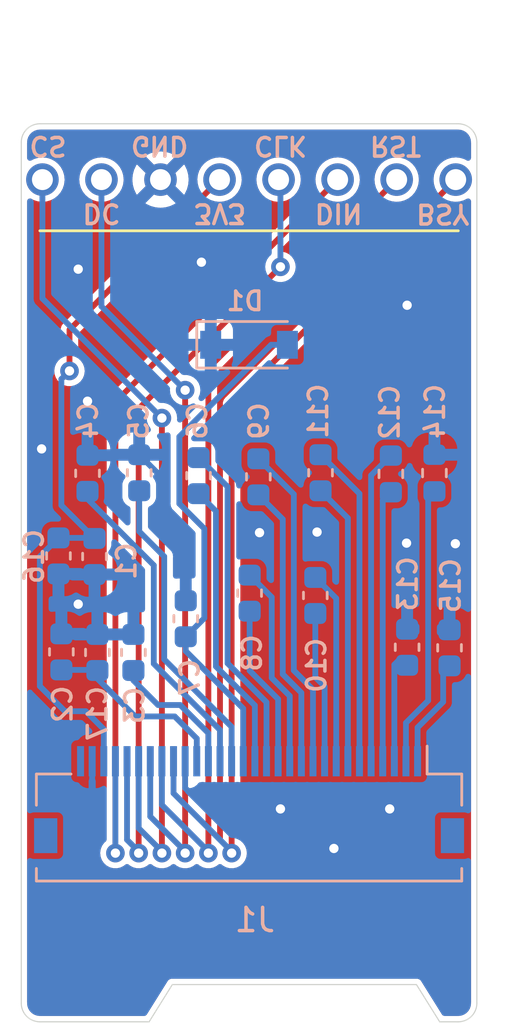
<source format=kicad_pcb>
(kicad_pcb (version 20211014) (generator pcbnew)
  (layers (0 "F.Cu" signal) (31 "B.Cu" signal) (34 "B.Paste" user) (35 "F.Paste" user) (36 "B.SilkS" user "B.Silkscreen") (37 "F.SilkS" user "F.Silkscreen") (38 "B.Mask" user) (39 "F.Mask" user) (44 "Edge.Cuts" user))
  (net 0 "")
  (net 1 "GND")
  (net 2 "3V3")
  (net 3 "Net-(C3-Pad2)")
  (net 4 "Net-(C4-Pad2)")
  (net 5 "Net-(C5-Pad2)")
  (net 6 "Net-(C6-Pad2)")
  (net 7 "Net-(C6-Pad1)")
  (net 8 "Net-(C7-Pad2)")
  (net 9 "Net-(C8-Pad2)")
  (net 10 "Net-(C8-Pad1)")
  (net 11 "Net-(C9-Pad2)")
  (net 12 "Net-(C9-Pad1)")
  (net 13 "Net-(C10-Pad2)")
  (net 14 "Net-(C10-Pad1)")
  (net 15 "Net-(C11-Pad2)")
  (net 16 "Net-(C11-Pad1)")
  (net 17 "Net-(C12-Pad2)")
  (net 18 "Net-(C12-Pad1)")
  (net 19 "Net-(C13-Pad2)")
  (net 20 "Net-(C14-Pad2)")
  (net 21 "Net-(C15-Pad2)")
  (net 22 "BUSY")
  (net 23 "RST")
  (net 24 "DC")
  (net 25 "CS")
  (net 26 "CLK")
  (net 27 "DIN")
  (net 29 "Net-(C17-Pad2)")
  (footprint "Capacitor_SMD:C_0603_1608Metric" (layer "B.Cu") (at 26.7 81.65 -90)
    (fp_text reference "C1" (at 0.2 -1.375 90) (layer "B.SilkS") (effects (font (size 0.8 0.8)) (justify mirror)))
    (fp_text value "4.7uF")
    (fp_line (start -0.14058 0.51) (end 0.14058 0.51) (layer "B.SilkS") (width 0.12))
    (fp_line (start -0.14058 -0.51) (end 0.14058 -0.51) (layer "B.SilkS") (width 0.12))
    (pad "1" smd roundrect (at -0.775 0 270) (size 0.9 0.95) (layers "B.Cu" "B.Paste" "B.Mask") (net 2 "3V3"))
    (pad "2" smd roundrect (at 0.775 0 270) (size 0.9 0.95) (layers "B.Cu" "B.Paste" "B.Mask") (net 1 "GND"))
  )
  (footprint "Capacitor_SMD:C_0603_1608Metric" (layer "B.Cu") (at 25.275 85.75 -90)
    (fp_text reference "C2" (at 2.25 -0.05 90) (layer "B.SilkS") (effects (font (size 0.8 0.8)) (justify mirror)))
    (fp_text value "1uF")
    (fp_line (start -0.14058 0.51) (end 0.14058 0.51) (layer "B.SilkS") (width 0.12))
    (fp_line (start -0.14058 -0.51) (end 0.14058 -0.51) (layer "B.SilkS") (width 0.12))
    (pad "1" smd roundrect (at -0.775 0 270) (size 0.9 0.95) (layers "B.Cu" "B.Paste" "B.Mask") (net 1 "GND"))
    (pad "2" smd roundrect (at 0.775 0 270) (size 0.9 0.95) (layers "B.Cu" "B.Paste" "B.Mask") (net 29 "Net-(C17-Pad2)"))
  )
  (footprint "Capacitor_SMD:C_0603_1608Metric" (layer "B.Cu") (at 28.375 85.775 -90)
    (fp_text reference "C3" (at 2.275 -0.05 90) (layer "B.SilkS") (effects (font (size 0.8 0.8)) (justify mirror)))
    (fp_text value "1uF")
    (fp_line (start -0.14058 -0.51) (end 0.14058 -0.51) (layer "B.SilkS") (width 0.12))
    (fp_line (start -0.14058 0.51) (end 0.14058 0.51) (layer "B.SilkS") (width 0.12))
    (pad "1" smd roundrect (at -0.775 0 270) (size 0.9 0.95) (layers "B.Cu" "B.Paste" "B.Mask") (net 1 "GND"))
    (pad "2" smd roundrect (at 0.775 0 270) (size 0.9 0.95) (layers "B.Cu" "B.Paste" "B.Mask") (net 3 "Net-(C3-Pad2)"))
  )
  (footprint "Capacitor_SMD:C_0603_1608Metric" (layer "B.Cu") (at 26.4 78.075 -90)
    (fp_text reference "C4" (at -2.275 -0.025 90) (layer "B.SilkS") (effects (font (size 0.8 0.8)) (justify mirror)))
    (fp_text value "1uF")
    (fp_line (start -0.14058 0.51) (end 0.14058 0.51) (layer "B.SilkS") (width 0.12))
    (fp_line (start -0.14058 -0.51) (end 0.14058 -0.51) (layer "B.SilkS") (width 0.12))
    (pad "1" smd roundrect (at -0.775 0 270) (size 0.9 0.95) (layers "B.Cu" "B.Paste" "B.Mask") (net 1 "GND"))
    (pad "2" smd roundrect (at 0.775 0 270) (size 0.9 0.95) (layers "B.Cu" "B.Paste" "B.Mask") (net 4 "Net-(C4-Pad2)"))
  )
  (footprint "Capacitor_SMD:C_0603_1608Metric" (layer "B.Cu") (at 28.625 78.05 -90)
    (fp_text reference "C5" (at -2.225 0.025 90) (layer "B.SilkS") (effects (font (size 0.8 0.8)) (justify mirror)))
    (fp_text value "1uF")
    (fp_line (start -0.14058 0.51) (end 0.14058 0.51) (layer "B.SilkS") (width 0.12))
    (fp_line (start -0.14058 -0.51) (end 0.14058 -0.51) (layer "B.SilkS") (width 0.12))
    (pad "1" smd roundrect (at -0.775 0 270) (size 0.9 0.95) (layers "B.Cu" "B.Paste" "B.Mask") (net 1 "GND"))
    (pad "2" smd roundrect (at 0.775 0 270) (size 0.9 0.95) (layers "B.Cu" "B.Paste" "B.Mask") (net 5 "Net-(C5-Pad2)"))
  )
  (footprint "Capacitor_SMD:C_0603_1608Metric" (layer "B.Cu") (at 31.175 78.175 -90)
    (fp_text reference "C6" (at -2.35 0.05 90) (layer "B.SilkS") (effects (font (size 0.8 0.8)) (justify mirror)))
    (fp_text value "1uF")
    (fp_line (start -0.14058 -0.51) (end 0.14058 -0.51) (layer "B.SilkS") (width 0.12))
    (fp_line (start -0.14058 0.51) (end 0.14058 0.51) (layer "B.SilkS") (width 0.12))
    (pad "1" smd roundrect (at -0.775 0 270) (size 0.9 0.95) (layers "B.Cu" "B.Paste" "B.Mask") (net 7 "Net-(C6-Pad1)"))
    (pad "2" smd roundrect (at 0.775 0 270) (size 0.9 0.95) (layers "B.Cu" "B.Paste" "B.Mask") (net 6 "Net-(C6-Pad2)"))
  )
  (footprint "Capacitor_SMD:C_0603_1608Metric" (layer "B.Cu") (at 30.625 84.325 -90)
    (fp_text reference "C7" (at 2.525 -0.175 90) (layer "B.SilkS") (effects (font (size 0.8 0.8)) (justify mirror)))
    (fp_text value "1uF")
    (fp_line (start -0.14058 0.51) (end 0.14058 0.51) (layer "B.SilkS") (width 0.12))
    (fp_line (start -0.14058 -0.51) (end 0.14058 -0.51) (layer "B.SilkS") (width 0.12))
    (pad "1" smd roundrect (at -0.775 0 270) (size 0.9 0.95) (layers "B.Cu" "B.Paste" "B.Mask") (net 1 "GND"))
    (pad "2" smd roundrect (at 0.775 0 270) (size 0.9 0.95) (layers "B.Cu" "B.Paste" "B.Mask") (net 8 "Net-(C7-Pad2)"))
  )
  (footprint "Capacitor_SMD:C_0603_1608Metric" (layer "B.Cu") (at 33.375 83.225 -90)
    (fp_text reference "C8" (at 2.575 -0.1 90) (layer "B.SilkS") (effects (font (size 0.8 0.8)) (justify mirror)))
    (fp_text value "1uF")
    (fp_line (start -0.14058 0.51) (end 0.14058 0.51) (layer "B.SilkS") (width 0.12))
    (fp_line (start -0.14058 -0.51) (end 0.14058 -0.51) (layer "B.SilkS") (width 0.12))
    (pad "1" smd roundrect (at -0.775 0 270) (size 0.9 0.95) (layers "B.Cu" "B.Paste" "B.Mask") (net 10 "Net-(C8-Pad1)"))
    (pad "2" smd roundrect (at 0.775 0 270) (size 0.9 0.95) (layers "B.Cu" "B.Paste" "B.Mask") (net 9 "Net-(C8-Pad2)"))
  )
  (footprint "Capacitor_SMD:C_0603_1608Metric" (layer "B.Cu") (at 33.75 78.225 -90)
    (fp_text reference "C9" (at -2.4 -0.025 90) (layer "B.SilkS") (effects (font (size 0.8 0.8)) (justify mirror)))
    (fp_text value "1uF")
    (fp_line (start -0.14058 -0.51) (end 0.14058 -0.51) (layer "B.SilkS") (width 0.12))
    (fp_line (start -0.14058 0.51) (end 0.14058 0.51) (layer "B.SilkS") (width 0.12))
    (pad "1" smd roundrect (at -0.775 0 270) (size 0.9 0.95) (layers "B.Cu" "B.Paste" "B.Mask") (net 12 "Net-(C9-Pad1)"))
    (pad "2" smd roundrect (at 0.775 0 270) (size 0.9 0.95) (layers "B.Cu" "B.Paste" "B.Mask") (net 11 "Net-(C9-Pad2)"))
  )
  (footprint "Capacitor_SMD:C_0603_1608Metric" (layer "B.Cu") (at 36.2 83.325 -90)
    (fp_text reference "C10" (at 3 -0.05 90) (layer "B.SilkS") (effects (font (size 0.8 0.8)) (justify mirror)))
    (fp_text value "1uF")
    (fp_line (start -0.14058 0.51) (end 0.14058 0.51) (layer "B.SilkS") (width 0.12))
    (fp_line (start -0.14058 -0.51) (end 0.14058 -0.51) (layer "B.SilkS") (width 0.12))
    (pad "1" smd roundrect (at -0.775 0 270) (size 0.9 0.95) (layers "B.Cu" "B.Paste" "B.Mask") (net 14 "Net-(C10-Pad1)"))
    (pad "2" smd roundrect (at 0.775 0 270) (size 0.9 0.95) (layers "B.Cu" "B.Paste" "B.Mask") (net 13 "Net-(C10-Pad2)"))
  )
  (footprint "Capacitor_SMD:C_0603_1608Metric" (layer "B.Cu") (at 36.425 78.05 -90)
    (fp_text reference "C11" (at -2.65 0.1 90) (layer "B.SilkS") (effects (font (size 0.8 0.8)) (justify mirror)))
    (fp_text value "1uF")
    (fp_line (start -0.14058 0.51) (end 0.14058 0.51) (layer "B.SilkS") (width 0.12))
    (fp_line (start -0.14058 -0.51) (end 0.14058 -0.51) (layer "B.SilkS") (width 0.12))
    (pad "1" smd roundrect (at -0.775 0 270) (size 0.9 0.95) (layers "B.Cu" "B.Paste" "B.Mask") (net 16 "Net-(C11-Pad1)"))
    (pad "2" smd roundrect (at 0.775 0 270) (size 0.9 0.95) (layers "B.Cu" "B.Paste" "B.Mask") (net 15 "Net-(C11-Pad2)"))
  )
  (footprint "Capacitor_SMD:C_0603_1608Metric" (layer "B.Cu") (at 39.45 78.1 90)
    (fp_text reference "C12" (at 2.65 -0.05 270) (layer "B.SilkS") (effects (font (size 0.8 0.8)) (justify mirror)))
    (fp_text value "2.2uF" hide)
    (fp_line (start -0.162779 0.51) (end 0.162779 0.51) (layer "B.SilkS") (width 0.12))
    (fp_line (start -0.162779 -0.51) (end 0.162779 -0.51) (layer "B.SilkS") (width 0.12))
    (pad "1" smd roundrect locked (at -0.7875 0 90) (size 0.875 0.95) (layers "B.Cu" "B.Paste" "B.Mask") (net 18 "Net-(C12-Pad1)"))
    (pad "2" smd roundrect locked (at 0.7875 0 90) (size 0.875 0.95) (layers "B.Cu" "B.Paste" "B.Mask") (net 17 "Net-(C12-Pad2)"))
  )
  (footprint "Capacitor_SMD:C_0603_1608Metric" (layer "B.Cu") (at 40.15 85.55 -90)
    (fp_text reference "C13" (at -2.725 -0.025 90) (layer "B.SilkS") (effects (font (size 0.8 0.8)) (justify mirror)))
    (fp_text value "1uF")
    (fp_line (start -0.14058 0.51) (end 0.14058 0.51) (layer "B.SilkS") (width 0.12))
    (fp_line (start -0.14058 -0.51) (end 0.14058 -0.51) (layer "B.SilkS") (width 0.12))
    (pad "1" smd roundrect (at -0.775 0 270) (size 0.9 0.95) (layers "B.Cu" "B.Paste" "B.Mask") (net 1 "GND"))
    (pad "2" smd roundrect (at 0.775 0 270) (size 0.9 0.95) (layers "B.Cu" "B.Paste" "B.Mask") (net 19 "Net-(C13-Pad2)"))
  )
  (footprint "Capacitor_SMD:C_0603_1608Metric" (layer "B.Cu") (at 41.325 78.0625 -90)
    (fp_text reference "C14" (at -2.65 -0.025 -90) (layer "B.SilkS") (effects (font (size 0.8 0.8)) (justify mirror)))
    (fp_text value "2.2uF" hide)
    (fp_line (start -0.162779 -0.51) (end 0.162779 -0.51) (layer "B.SilkS") (width 0.12))
    (fp_line (start -0.162779 0.51) (end 0.162779 0.51) (layer "B.SilkS") (width 0.12))
    (pad "1" smd roundrect locked (at -0.7875 0 270) (size 0.875 0.95) (layers "B.Cu" "B.Paste" "B.Mask") (net 1 "GND"))
    (pad "2" smd roundrect locked (at 0.7875 0 270) (size 0.875 0.95) (layers "B.Cu" "B.Paste" "B.Mask") (net 20 "Net-(C14-Pad2)"))
  )
  (footprint "Capacitor_SMD:C_0603_1608Metric" (layer "B.Cu") (at 41.975 85.575 -90)
    (fp_text reference "C15" (at -2.675 -0.05 90) (layer "B.SilkS") (effects (font (size 0.8 0.8)) (justify mirror)))
    (fp_text value "1uF")
    (fp_line (start -0.14058 -0.51) (end 0.14058 -0.51) (layer "B.SilkS") (width 0.12))
    (fp_line (start -0.14058 0.51) (end 0.14058 0.51) (layer "B.SilkS") (width 0.12))
    (pad "1" smd roundrect (at -0.775 0 270) (size 0.9 0.95) (layers "B.Cu" "B.Paste" "B.Mask") (net 1 "GND"))
    (pad "2" smd roundrect (at 0.775 0 270) (size 0.9 0.95) (layers "B.Cu" "B.Paste" "B.Mask") (net 21 "Net-(C15-Pad2)"))
  )
  (footprint "Diode_SMD:D_SOD-123" (layer "B.Cu") (at 33.35 72.55)
    (fp_text reference "D1" (at -0.175 -1.875) (layer "B.SilkS") (effects (font (size 0.8 0.8)) (justify mirror)))
    (fp_text value "D" hide)
    (fp_line (start -2.25 1) (end 1.65 1) (layer "B.SilkS") (width 0.12))
    (fp_line (start -2.25 -1) (end 1.65 -1) (layer "B.SilkS") (width 0.12))
    (fp_line (start -2.25 1) (end -2.25 -1) (layer "B.SilkS") (width 0.12))
    (pad "1" smd rect locked (at -1.65 0) (size 0.9 1.2) (layers "B.Cu" "B.Paste" "B.Mask") (net 1 "GND"))
    (pad "2" smd rect locked (at 1.65 0) (size 0.9 1.2) (layers "B.Cu" "B.Paste" "B.Mask") (net 8 "Net-(C7-Pad2)"))
  )
  (footprint "Connector_FFC-FPC:Hirose_FH12-30S-0.5SH_1x30-1MP_P0.50mm_Horizontal" (layer "B.Cu") (at 33.35 92.3 180)
    (fp_text reference "J1" (at -0.25 -4.975) (layer "B.SilkS") (effects (justify mirror)))
    (fp_text value "Conn_01x30_Female")
    (fp_line (start -9.15 -2.76) (end -9.15 -3.3) (layer "B.SilkS") (width 0.12))
    (fp_line (start 9.15 1.3) (end 9.15 -0.04) (layer "B.SilkS") (width 0.12))
    (fp_line (start 9.15 -3.3) (end 9.15 -2.76) (layer "B.SilkS") (width 0.12))
    (fp_line (start 7.66 1.3) (end 9.15 1.3) (layer "B.SilkS") (width 0.12))
    (fp_line (start -9.15 -3.3) (end 9.15 -3.3) (layer "B.SilkS") (width 0.12))
    (fp_line (start -7.66 1.3) (end -9.15 1.3) (layer "B.SilkS") (width 0.12))
    (fp_line (start -7.66 1.3) (end -7.66 2.5) (layer "B.SilkS") (width 0.12))
    (fp_line (start -9.15 1.3) (end -9.15 -0.04) (layer "B.SilkS") (width 0.12))
    (pad "1" smd rect locked (at -7.25 1.85 180) (size 0.3 1.3) (layers "B.Cu" "B.Paste" "B.Mask") (net 21 "Net-(C15-Pad2)"))
    (pad "1MP" smd rect locked (at 8.75 -1.35 180) (size 1 1.5) (layers "B.Cu" "B.Paste" "B.Mask"))
    (pad "2" smd rect locked (at -6.75 1.85 180) (size 0.3 1.3) (layers "B.Cu" "B.Paste" "B.Mask") (net 20 "Net-(C14-Pad2)"))
    (pad "3" smd rect locked (at -6.25 1.85 180) (size 0.3 1.3) (layers "B.Cu" "B.Paste" "B.Mask") (net 19 "Net-(C13-Pad2)"))
    (pad "4" smd rect locked (at -5.75 1.85 180) (size 0.3 1.3) (layers "B.Cu" "B.Paste" "B.Mask") (net 18 "Net-(C12-Pad1)"))
    (pad "5" smd rect locked (at -5.25 1.85 180) (size 0.3 1.3) (layers "B.Cu" "B.Paste" "B.Mask") (net 17 "Net-(C12-Pad2)"))
    (pad "6" smd rect locked (at -4.75 1.85 180) (size 0.3 1.3) (layers "B.Cu" "B.Paste" "B.Mask") (net 16 "Net-(C11-Pad1)"))
    (pad "7" smd rect locked (at -4.25 1.85 180) (size 0.3 1.3) (layers "B.Cu" "B.Paste" "B.Mask") (net 15 "Net-(C11-Pad2)"))
    (pad "8" smd rect locked (at -3.75 1.85 180) (size 0.3 1.3) (layers "B.Cu" "B.Paste" "B.Mask") (net 14 "Net-(C10-Pad1)"))
    (pad "9" smd rect locked (at -3.25 1.85 180) (size 0.3 1.3) (layers "B.Cu" "B.Paste" "B.Mask") (net 13 "Net-(C10-Pad2)"))
    (pad "10" smd rect locked (at -2.75 1.85 180) (size 0.3 1.3) (layers "B.Cu" "B.Paste" "B.Mask") (net 12 "Net-(C9-Pad1)"))
    (pad "11" smd rect locked (at -2.25 1.85 180) (size 0.3 1.3) (layers "B.Cu" "B.Paste" "B.Mask") (net 11 "Net-(C9-Pad2)"))
    (pad "12" smd rect locked (at -1.75 1.85 180) (size 0.3 1.3) (layers "B.Cu" "B.Paste" "B.Mask") (net 10 "Net-(C8-Pad1)"))
    (pad "13" smd rect locked (at -1.25 1.85 180) (size 0.3 1.3) (layers "B.Cu" "B.Paste" "B.Mask") (net 9 "Net-(C8-Pad2)"))
    (pad "14" smd rect locked (at -0.75 1.85 180) (size 0.3 1.3) (layers "B.Cu" "B.Paste" "B.Mask") (net 7 "Net-(C6-Pad1)"))
    (pad "15" smd rect locked (at -0.25 1.85 180) (size 0.3 1.3) (layers "B.Cu" "B.Paste" "B.Mask") (net 6 "Net-(C6-Pad2)"))
    (pad "16" smd rect locked (at 0.25 1.85 180) (size 0.3 1.3) (layers "B.Cu" "B.Paste" "B.Mask") (net 8 "Net-(C7-Pad2)"))
    (pad "17" smd rect locked (at 0.75 1.85 180) (size 0.3 1.3) (layers "B.Cu" "B.Paste" "B.Mask") (net 5 "Net-(C5-Pad2)"))
    (pad "18" smd rect locked (at 1.25 1.85 180) (size 0.3 1.3) (layers "B.Cu" "B.Paste" "B.Mask") (net 4 "Net-(C4-Pad2)"))
    (pad "19" smd rect locked (at 1.75 1.85 180) (size 0.3 1.3) (layers "B.Cu" "B.Paste" "B.Mask") (net 3 "Net-(C3-Pad2)"))
    (pad "20" smd rect locked (at 2.25 1.85 180) (size 0.3 1.3) (layers "B.Cu" "B.Paste" "B.Mask") (net 29 "Net-(C17-Pad2)"))
    (pad "21" smd rect locked (at 2.75 1.85 180) (size 0.3 1.3) (layers "B.Cu" "B.Paste" "B.Mask") (net 1 "GND"))
    (pad "22" smd rect locked (at 3.25 1.85 180) (size 0.3 1.3) (layers "B.Cu" "B.Paste" "B.Mask") (net 22 "BUSY"))
    (pad "23" smd rect locked (at 3.75 1.85 180) (size 0.3 1.3) (layers "B.Cu" "B.Paste" "B.Mask") (net 23 "RST"))
    (pad "24" smd rect locked (at 4.25 1.85 180) (size 0.3 1.3) (layers "B.Cu" "B.Paste" "B.Mask") (net 24 "DC"))
    (pad "25" smd rect locked (at 4.75 1.85 180) (size 0.3 1.3) (layers "B.Cu" "B.Paste" "B.Mask") (net 25 "CS"))
    (pad "26" smd rect locked (at 5.25 1.85 180) (size 0.3 1.3) (layers "B.Cu" "B.Paste" "B.Mask") (net 26 "CLK"))
    (pad "27" smd rect locked (at 5.75 1.85 180) (size 0.3 1.3) (layers "B.Cu" "B.Paste" "B.Mask") (net 27 "DIN"))
    (pad "28" smd rect locked (at 6.25 1.85 180) (size 0.3 1.3) (layers "B.Cu" "B.Paste" "B.Mask") (net 2 "3V3"))
    (pad "29" smd rect locked (at 6.75 1.85 180) (size 0.3 1.3) (layers "B.Cu" "B.Paste" "B.Mask") (net 1 "GND"))
    (pad "30" smd rect locked (at 7.25 1.85 180) (size 0.3 1.3) (layers "B.Cu" "B.Paste" "B.Mask"))
    (pad "MP" smd rect locked (at -8.75 -1.35 180) (size 1 1.5) (layers "B.Cu" "B.Paste" "B.Mask"))
  )
  (footprint "Connector_PinHeader_2.54mm:PinHeader_1x08_P2.54mm_Vertical" (layer "B.Cu") (at 24.4598 65.45 -90)
    (fp_text reference "J2" hide)
    (fp_text value "Conn_01x08_Female")
    (pad "1" thru_hole circle locked (at 0 0 270) (size 1.4 1.4) (drill 0.9) (layers *.Cu *.Mask) (net 25 "CS"))
    (pad "2" thru_hole circle locked (at 0 -2.54 270) (size 1.4 1.4) (drill 0.9) (layers *.Cu *.Mask) (net 24 "DC"))
    (pad "3" thru_hole circle locked (at 0 -5.08 270) (size 1.4 1.4) (drill 0.9) (layers *.Cu *.Mask) (net 1 "GND"))
    (pad "4" thru_hole circle locked (at 0 -7.62 270) (size 1.4 1.4) (drill 0.9) (layers *.Cu *.Mask) (net 2 "3V3"))
    (pad "5" thru_hole circle locked (at 0 -10.16 270) (size 1.4 1.4) (drill 0.9) (layers *.Cu *.Mask) (net 26 "CLK"))
    (pad "6" thru_hole circle locked (at 0 -12.7 270) (size 1.4 1.4) (drill 0.9) (layers *.Cu *.Mask) (net 27 "DIN"))
    (pad "7" thru_hole circle locked (at 0 -15.24 270) (size 1.4 1.4) (drill 0.9) (layers *.Cu *.Mask) (net 23 "RST"))
    (pad "8" thru_hole circle locked (at 0 -17.78 270) (size 1.4 1.4) (drill 0.9) (layers *.Cu *.Mask) (net 22 "BUSY"))
  )
  (footprint "Capacitor_SMD:C_0603_1608Metric" (layer "B.Cu") (at 25.15 81.625 -90)
    (fp_text reference "C16" (at 0.025 1.05 90) (layer "B.SilkS") (effects (font (size 0.8 0.8)) (justify mirror)))
    (fp_text value ".1uF")
    (fp_line (start -0.14058 0.51) (end 0.14058 0.51) (layer "B.SilkS") (width 0.12))
    (fp_line (start -0.14058 -0.51) (end 0.14058 -0.51) (layer "B.SilkS") (width 0.12))
    (pad "1" smd roundrect (at -0.775 0 270) (size 0.9 0.95) (layers "B.Cu" "B.Paste" "B.Mask") (net 2 "3V3"))
    (pad "2" smd roundrect (at 0.775 0 270) (size 0.9 0.95) (layers "B.Cu" "B.Paste" "B.Mask") (net 1 "GND"))
  )
  (footprint "Capacitor_SMD:C_0603_1608Metric" (layer "B.Cu") (at 26.825 85.775 -90)
    (fp_text reference "C17" (at 2.625 0 90) (layer "B.SilkS") (effects (font (size 0.8 0.8)) (justify mirror)))
    (fp_text value ".1uF")
    (fp_line (start -0.14058 0.51) (end 0.14058 0.51) (layer "B.SilkS") (width 0.12))
    (fp_line (start -0.14058 -0.51) (end 0.14058 -0.51) (layer "B.SilkS") (width 0.12))
    (pad "1" smd roundrect (at -0.775 0 270) (size 0.9 0.95) (layers "B.Cu" "B.Paste" "B.Mask") (net 1 "GND"))
    (pad "2" smd roundrect (at 0.775 0 270) (size 0.9 0.95) (layers "B.Cu" "B.Paste" "B.Mask") (net 29 "Net-(C17-Pad2)"))
  )
  (gr_line (start 24.35 67.65) (end 42.35 67.65) (layer "F.SilkS") (width 0.12))
  (gr_line (start 42.35 63.05) (end 24.35 63.05) (layer "Edge.Cuts") (width 0.05))
  (gr_arc (start 43.15 100.85) (mid 42.915685 101.415685) (end 42.35 101.65) (layer "Edge.Cuts") (width 0.05))
  (gr_line (start 23.55 63.85) (end 23.55 100.85) (layer "Edge.Cuts") (width 0.05))
  (gr_line (start 29.05 101.65) (end 30.05 100.05) (layer "Edge.Cuts") (width 0.05))
  (gr_line (start 41.55 101.65) (end 42.35 101.65) (layer "Edge.Cuts") (width 0.05))
  (gr_line (start 43.15 100.85) (end 43.15 63.85) (layer "Edge.Cuts") (width 0.05))
  (gr_arc (start 23.55 63.85) (mid 23.784315 63.284315) (end 24.35 63.05) (layer "Edge.Cuts") (width 0.05))
  (gr_arc (start 42.35 63.05) (mid 42.915685 63.284315) (end 43.15 63.85) (layer "Edge.Cuts") (width 0.05))
  (gr_line (start 40.55 100.05) (end 41.55 101.65) (layer "Edge.Cuts") (width 0.05))
  (gr_line (start 30.05 100.05) (end 40.55 100.05) (layer "Edge.Cuts") (width 0.05))
  (gr_arc (start 24.35 101.65) (mid 23.784315 101.415685) (end 23.55 100.85) (layer "Edge.Cuts") (width 0.05))
  (gr_line (start 24.35 101.65) (end 29.05 101.65) (layer "Edge.Cuts") (width 0.05))
  (gr_text "RST" (at 39.649 64 180) (layer "B.SilkS") (effects (font (size 0.8 0.8) (thickness 0.153)) (justify mirror)))
  (gr_text "3V3" (at 32.1 66.9 180) (layer "B.SilkS") (effects (font (size 0.8 0.8) (thickness 0.153)) (justify mirror)))
  (gr_text "BSY" (at 41.681 66.919 180) (layer "B.SilkS") (effects (font (size 0.8 0.8) (thickness 0.153)) (justify mirror)))
  (gr_text "CS" (at 24.7 64 180) (layer "B.SilkS") (effects (font (size 0.8 0.8) (thickness 0.153)) (justify mirror)))
  (gr_text "DC" (at 27 66.9 180) (layer "B.SilkS") (effects (font (size 0.8 0.8) (thickness 0.153)) (justify mirror)))
  (gr_text "GND" (at 29.5 64 180) (layer "B.SilkS") (effects (font (size 0.8 0.8) (thickness 0.153)) (justify mirror)))
  (gr_text "DIN" (at 37.2 66.9 180) (layer "B.SilkS") (effects (font (size 0.8 0.8) (thickness 0.153)) (justify mirror)))
  (gr_text "CLK" (at 34.7 64 180) (layer "B.SilkS") (effects (font (size 0.8 0.8) (thickness 0.153)) (justify mirror)))
  (via (at 26 83.7) (size 0.8) (drill 0.4) (layers "F.Cu" "B.Cu") (net 1))
  (via (at 33.8 80.625) (size 0.8) (drill 0.4) (layers "F.Cu" "B.Cu") (net 1))
  (via (at 34.7 92.5) (size 0.8) (drill 0.4) (layers "F.Cu" "B.Cu") (net 1))
  (via (at 36.275 80.6) (size 0.8) (drill 0.4) (layers "F.Cu" "B.Cu") (net 1))
  (via (at 39.4 92.5) (size 0.8) (drill 0.4) (layers "F.Cu" "B.Cu") (net 1))
  (via (at 40.15 70.85) (size 0.8) (drill 0.4) (layers "F.Cu" "B.Cu") (net 1))
  (via (at 24.425 77.025) (size 0.8) (drill 0.4) (layers "F.Cu" "B.Cu") (net 1))
  (via (at 37 94.2) (size 0.8) (drill 0.4) (layers "F.Cu" "B.Cu") (net 1))
  (via (at 42.225 81.1) (size 0.8) (drill 0.4) (layers "F.Cu" "B.Cu") (net 1))
  (via (at 31.3 69) (size 0.8) (drill 0.4) (layers "F.Cu" "B.Cu") (net 1))
  (via (at 40.125 81.075) (size 0.8) (drill 0.4) (layers "F.Cu" "B.Cu") (net 1))
  (via (at 26 69.3) (size 0.8) (drill 0.4) (layers "F.Cu" "B.Cu") (net 1))
  (via (at 26.4 74.975) (size 0.8) (drill 0.4) (layers "F.Cu" "B.Cu") (net 1))
  (segment (start 29.75 78.4) (end 28.625 77.275) (width 0.25) (layer "B.Cu") (net 1))
  (segment (start 26.6 90.45) (end 26.6 91.5) (width 0.25) (layer "B.Cu") (net 1))
  (segment (start 29.75 80.175) (end 29.75 78.4) (width 0.25) (layer "B.Cu") (net 1))
  (segment (start 30.6 91.6) (end 30.9 91.9) (width 0.25) (layer "B.Cu") (net 1))
  (segment (start 26.7 82.425) (end 25.175 82.425) (width 0.25) (layer "B.Cu") (net 1))
  (segment (start 30.6 90.45) (end 30.6 91.6) (width 0.25) (layer "B.Cu") (net 1))
  (segment (start 26.825 85) (end 26.825 82.55) (width 0.25) (layer "B.Cu") (net 1))
  (segment (start 26.825 82.55) (end 26.7 82.425) (width 0.25) (layer "B.Cu") (net 1))
  (segment (start 30.625 81.05) (end 29.75 80.175) (width 0.25) (layer "B.Cu") (net 1))
  (segment (start 26.825 85) (end 28.375 85) (width 0.25) (layer "B.Cu") (net 1))
  (segment (start 25.175 82.425) (end 25.175 84.875) (width 0.25) (layer "B.Cu") (net 1))
  (segment (start 25.175 84.875) (end 25.275 84.975) (width 0.25) (layer "B.Cu") (net 1))
  (segment (start 30.625 83.55) (end 30.625 81.05) (width 0.25) (layer "B.Cu") (net 1))
  (segment (start 32.0798 65.45) (end 25.625 71.9048) (width 0.25) (layer "F.Cu") (net 2))
  (segment (start 25.625 71.9048) (end 25.625 73.675) (width 0.25) (layer "F.Cu") (net 2))
  (via (at 25.625 73.675) (size 0.8) (drill 0.4) (layers "F.Cu" "B.Cu") (net 2))
  (segment (start 25.275 74.025) (end 25.625 73.675) (width 0.25) (layer "B.Cu") (net 2))
  (segment (start 25.15 80.85) (end 24.35 81.65) (width 0.25) (layer "B.Cu") (net 2))
  (segment (start 24.35 81.65) (end 24.35 87.225) (width 0.25) (layer "B.Cu") (net 2))
  (segment (start 26.675 80.85) (end 26.675 80.875) (width 0.25) (layer "B.Cu") (net 2))
  (segment (start 26.325 88.3) (end 27.1 89.075) (width 0.25) (layer "B.Cu") (net 2))
  (segment (start 27.1 89.075) (end 27.1 90.45) (width 0.25) (layer "B.Cu") (net 2))
  (segment (start 24.35 87.225) (end 25.425 88.3) (width 0.25) (layer "B.Cu") (net 2))
  (segment (start 25.15 80.85) (end 26.675 80.85) (width 0.25) (layer "B.Cu") (net 2))
  (segment (start 26.675 80.85) (end 25.275 79.45) (width 0.25) (layer "B.Cu") (net 2))
  (segment (start 25.425 88.3) (end 26.325 88.3) (width 0.25) (layer "B.Cu") (net 2))
  (segment (start 25.275 79.45) (end 25.275 74.025) (width 0.25) (layer "B.Cu") (net 2))
  (segment (start 26.675 80.85) (end 26.7 80.875) (width 0.25) (layer "B.Cu") (net 2))
  (segment (start 29.434002 88.034002) (end 30.389805 88.034002) (width 0.25) (layer "B.Cu") (net 3))
  (segment (start 31.6 89.244197) (end 31.6 90.45) (width 0.25) (layer "B.Cu") (net 3))
  (segment (start 28.375 86.975) (end 29.434002 88.034002) (width 0.25) (layer "B.Cu") (net 3))
  (segment (start 28.375 86.55) (end 28.375 86.975) (width 0.25) (layer "B.Cu") (net 3))
  (segment (start 30.389805 88.034002) (end 31.6 89.244197) (width 0.25) (layer "B.Cu") (net 3))
  (segment (start 29.250499 82.025499) (end 26.4 79.175) (width 0.25) (layer "B.Cu") (net 4))
  (segment (start 32.1 90.45) (end 32.1 89.108507) (width 0.25) (layer "B.Cu") (net 4))
  (segment (start 26.4 79.175) (end 26.4 78.85) (width 0.25) (layer "B.Cu") (net 4))
  (segment (start 32.1 89.108507) (end 29.250499 86.259006) (width 0.25) (layer "B.Cu") (net 4))
  (segment (start 29.250499 86.259006) (end 29.250499 82.025499) (width 0.25) (layer "B.Cu") (net 4))
  (segment (start 32.6 90.45) (end 32.6 88.972817) (width 0.25) (layer "B.Cu") (net 5))
  (segment (start 29.7 86.072817) (end 29.7 81.65) (width 0.25) (layer "B.Cu") (net 5))
  (segment (start 29.7 81.65) (end 28.625 80.575) (width 0.25) (layer "B.Cu") (net 5))
  (segment (start 32.6 88.972817) (end 29.7 86.072817) (width 0.25) (layer "B.Cu") (net 5))
  (segment (start 28.625 80.575) (end 28.625 78.825) (width 0.25) (layer "B.Cu") (net 5))
  (segment (start 31.925 86.376973) (end 31.925 79.7) (width 0.25) (layer "B.Cu") (net 6))
  (segment (start 33.6 88.051973) (end 31.925 86.376973) (width 0.25) (layer "B.Cu") (net 6))
  (segment (start 33.6 90.45) (end 33.6 88.051973) (width 0.25) (layer "B.Cu") (net 6))
  (segment (start 31.925 79.7) (end 31.175 78.95) (width 0.25) (layer "B.Cu") (net 6))
  (segment (start 33.075998 86.891575) (end 33.075998 86.892281) (width 0.25) (layer "B.Cu") (net 7))
  (segment (start 32.425 86.240577) (end 33.075998 86.891575) (width 0.25) (layer "B.Cu") (net 7))
  (segment (start 31.175 77.4) (end 32.425 78.65) (width 0.25) (layer "B.Cu") (net 7))
  (segment (start 33.075998 86.892281) (end 34.1 87.916283) (width 0.25) (layer "B.Cu") (net 7))
  (segment (start 34.1 87.916283) (end 34.1 90.45) (width 0.25) (layer "B.Cu") (net 7))
  (segment (start 32.425 78.65) (end 32.425 86.240577) (width 0.25) (layer "B.Cu") (net 7))
  (segment (start 34.3 72.55) (end 35 72.55) (width 0.25) (layer "B.Cu") (net 8))
  (segment (start 30.625 85.712663) (end 30.625 85.1) (width 0.25) (layer "B.Cu") (net 8))
  (segment (start 30.625 85.1) (end 31.425 84.3) (width 0.25) (layer "B.Cu") (net 8))
  (segment (start 30.35 76.5) (end 34.3 72.55) (width 0.25) (layer "B.Cu") (net 8))
  (segment (start 33.1 90.45) (end 33.1 88.187663) (width 0.25) (layer "B.Cu") (net 8))
  (segment (start 30.35 79.377817) (end 30.35 76.5) (width 0.25) (layer "B.Cu") (net 8))
  (segment (start 31.425 84.3) (end 31.425 80.452817) (width 0.25) (layer "B.Cu") (net 8))
  (segment (start 31.425 80.452817) (end 30.35 79.377817) (width 0.25) (layer "B.Cu") (net 8))
  (segment (start 33.1 88.187663) (end 30.625 85.712663) (width 0.25) (layer "B.Cu") (net 8))
  (segment (start 33.375 84) (end 33.375 86.554887) (width 0.25) (layer "B.Cu") (net 9))
  (segment (start 33.375 86.554887) (end 33.525499 86.705386) (width 0.25) (layer "B.Cu") (net 9))
  (segment (start 34.6 87.780593) (end 34.6 90.45) (width 0.25) (layer "B.Cu") (net 9))
  (segment (start 33.525499 86.705386) (end 33.525499 86.706092) (width 0.25) (layer "B.Cu") (net 9))
  (segment (start 33.525499 86.706092) (end 34.6 87.780593) (width 0.25) (layer "B.Cu") (net 9))
  (segment (start 34.325 86.869903) (end 35.1 87.644903) (width 0.25) (layer "B.Cu") (net 10))
  (segment (start 34.325 83.4) (end 34.325 86.869903) (width 0.25) (layer "B.Cu") (net 10))
  (segment (start 35.1 87.644903) (end 35.1 90.45) (width 0.25) (layer "B.Cu") (net 10))
  (segment (start 33.375 82.45) (end 34.325 83.4) (width 0.25) (layer "B.Cu") (net 10))
  (segment (start 34.8 80.05) (end 33.75 79) (width 0.25) (layer "B.Cu") (net 11))
  (segment (start 35.6 90.45) (end 35.6 87.509213) (width 0.25) (layer "B.Cu") (net 11))
  (segment (start 34.8 86.709213) (end 34.8 80.05) (width 0.25) (layer "B.Cu") (net 11))
  (segment (start 35.6 87.509213) (end 34.8 86.709213) (width 0.25) (layer "B.Cu") (net 11))
  (segment (start 36.1 87.372817) (end 36.1 90.45) (width 0.25) (layer "B.Cu") (net 12))
  (segment (start 35.275 78.975) (end 35.275 86.547817) (width 0.25) (layer "B.Cu") (net 12))
  (segment (start 33.75 77.45) (end 35.275 78.975) (width 0.25) (layer "B.Cu") (net 12))
  (segment (start 35.275 86.547817) (end 36.1 87.372817) (width 0.25) (layer "B.Cu") (net 12))
  (segment (start 36.2 86.836421) (end 36.6 87.236421) (width 0.25) (layer "B.Cu") (net 13))
  (segment (start 36.6 87.236421) (end 36.6 90.45) (width 0.25) (layer "B.Cu") (net 13))
  (segment (start 36.2 84.1) (end 36.2 86.836421) (width 0.25) (layer "B.Cu") (net 13))
  (segment (start 36.2 82.55) (end 37.1 83.45) (width 0.25) (layer "B.Cu") (net 14))
  (segment (start 37.1 83.45) (end 37.1 90.45) (width 0.25) (layer "B.Cu") (net 14))
  (segment (start 37.6 90.45) (end 37.6 80) (width 0.25) (layer "B.Cu") (net 15))
  (segment (start 37.6 80) (end 36.425 78.825) (width 0.25) (layer "B.Cu") (net 15))
  (segment (start 38.1 78.95) (end 36.425 77.275) (width 0.25) (layer "B.Cu") (net 16))
  (segment (start 38.1 90.45) (end 38.1 78.95) (width 0.25) (layer "B.Cu") (net 16))
  (segment (start 38.6 78.1625) (end 39.45 77.3125) (width 0.25) (layer "B.Cu") (net 17))
  (segment (start 38.6 90.45) (end 38.6 78.1625) (width 0.25) (layer "B.Cu") (net 17))
  (segment (start 39.1 79.2375) (end 39.45 78.8875) (width 0.25) (layer "B.Cu") (net 18))
  (segment (start 39.1 90.45) (end 39.1 79.2375) (width 0.25) (layer "B.Cu") (net 18))
  (segment (start 39.6 86.3) (end 39.6 90.45) (width 0.25) (layer "B.Cu") (net 19))
  (segment (start 39.8 86.1) (end 39.6 86.3) (width 0.25) (layer "B.Cu") (net 19))
  (segment (start 40.1 90.45) (end 40.1 88.8) (width 0.25) (layer "B.Cu") (net 20))
  (segment (start 41.05499 87.84501) (end 41.05499 79.12001) (width 0.25) (layer "B.Cu") (net 20))
  (segment (start 41.05499 79.12001) (end 41.325 78.85) (width 0.25) (layer "B.Cu") (net 20))
  (segment (start 40.1 88.8) (end 41.05499 87.84501) (width 0.25) (layer "B.Cu") (net 20))
  (segment (start 40.6 90.45) (end 40.6 89) (width 0.25) (layer "B.Cu") (net 21))
  (segment (start 41.7 87.9) (end 41.7 86.1) (width 0.25) (layer "B.Cu") (net 21))
  (segment (start 40.6 89) (end 41.7 87.9) (width 0.25) (layer "B.Cu") (net 21))
  (segment (start 32.600015 94.4) (end 32.600015 75.089785) (width 0.25) (layer "F.Cu") (net 22))
  (segment (start 32.600015 75.089785) (end 42.2398 65.45) (width 0.25) (layer "F.Cu") (net 22))
  (via (at 32.600015 94.4) (size 0.8) (drill 0.4) (layers "F.Cu" "B.Cu") (net 22))
  (segment (start 30.1 90.45) (end 30.1 91.826986) (width 0.25) (layer "B.Cu") (net 22))
  (segment (start 32.600015 94.327001) (end 32.600015 94.4) (width 0.25) (layer "B.Cu") (net 22))
  (segment (start 30.1 91.826986) (end 32.600015 94.327001) (width 0.25) (layer "B.Cu") (net 22))
  (segment (start 31.600012 94.4) (end 31.600012 73.549788) (width 0.25) (layer "F.Cu") (net 23))
  (segment (start 31.600012 73.549788) (end 39.6998 65.45) (width 0.25) (layer "F.Cu") (net 23))
  (via (at 31.600012 94.4) (size 0.8) (drill 0.4) (layers "F.Cu" "B.Cu") (net 23))
  (segment (start 29.6 90.45) (end 29.6 92.326989) (width 0.25) (layer "B.Cu") (net 23))
  (segment (start 29.6 92.326989) (end 31.600012 94.327001) (width 0.25) (layer "B.Cu") (net 23))
  (segment (start 31.600012 94.327001) (end 31.600012 94.4) (width 0.25) (layer "B.Cu") (net 23))
  (segment (start 30.600009 94.4) (end 30.600009 74.500009) (width 0.25) (layer "F.Cu") (net 24))
  (segment (start 30.600009 74.500009) (end 30.6 74.5) (width 0.25) (layer "F.Cu") (net 24))
  (via (at 30.600009 94.4) (size 0.8) (drill 0.4) (layers "F.Cu" "B.Cu") (net 24))
  (via (at 30.6 74.5) (size 0.8) (drill 0.4) (layers "F.Cu" "B.Cu") (net 24))
  (segment (start 30.6 74.5) (end 26.9998 70.8998) (width 0.25) (layer "B.Cu") (net 24))
  (segment (start 29.1 90.45) (end 29.1 92.826992) (width 0.25) (layer "B.Cu") (net 24))
  (segment (start 30.600009 94.327001) (end 30.600009 94.4) (width 0.25) (layer "B.Cu") (net 24))
  (segment (start 29.1 92.826992) (end 30.600009 94.327001) (width 0.25) (layer "B.Cu") (net 24))
  (segment (start 26.9998 70.8998) (end 26.9998 65.45) (width 0.25) (layer "B.Cu") (net 24))
  (segment (start 29.600006 75.700006) (end 29.6 75.7) (width 0.25) (layer "F.Cu") (net 25))
  (segment (start 29.600006 94.4) (end 29.600006 75.700006) (width 0.25) (layer "F.Cu") (net 25))
  (via (at 29.600006 94.4) (size 0.8) (drill 0.4) (layers "F.Cu" "B.Cu") (net 25))
  (via (at 29.6 75.7) (size 0.8) (drill 0.4) (layers "F.Cu" "B.Cu") (net 25))
  (segment (start 29.600006 94.327001) (end 29.600006 94.4) (width 0.25) (layer "B.Cu") (net 25))
  (segment (start 28.6 90.45) (end 28.6 93.326995) (width 0.25) (layer "B.Cu") (net 25))
  (segment (start 28.6 93.326995) (end 29.600006 94.327001) (width 0.25) (layer "B.Cu") (net 25))
  (segment (start 24.4598 70.5598) (end 24.4598 65.45) (width 0.25) (layer "B.Cu") (net 25))
  (segment (start 29.6 75.7) (end 24.4598 70.5598) (width 0.25) (layer "B.Cu") (net 25))
  (segment (start 28.600003 94.4) (end 28.600003 75.299997) (width 0.25) (layer "F.Cu") (net 26))
  (segment (start 28.600003 75.299997) (end 34.7 69.2) (width 0.25) (layer "F.Cu") (net 26))
  (via (at 28.600003 94.4) (size 0.8) (drill 0.4) (layers "F.Cu" "B.Cu") (net 26))
  (via (at 34.7 69.2) (size 0.8) (drill 0.4) (layers "F.Cu" "B.Cu") (net 26))
  (segment (start 34.7 65.5302) (end 34.6198 65.45) (width 0.25) (layer "B.Cu") (net 26))
  (segment (start 28.1 90.45) (end 28.1 93.826998) (width 0.25) (layer "B.Cu") (net 26))
  (segment (start 28.1 93.826998) (end 28.600003 94.327001) (width 0.25) (layer "B.Cu") (net 26))
  (segment (start 34.7 69.2) (end 34.7 65.5302) (width 0.25) (layer "B.Cu") (net 26))
  (segment (start 28.600003 94.327001) (end 28.600003 94.4) (width 0.25) (layer "B.Cu") (net 26))
  (segment (start 27.6 94.4) (end 27.6 75.0098) (width 0.25) (layer "F.Cu") (net 27))
  (segment (start 27.6 75.0098) (end 37.1598 65.45) (width 0.25) (layer "F.Cu") (net 27))
  (via (at 27.6 94.4) (size 0.8) (drill 0.4) (layers "F.Cu" "B.Cu") (net 27))
  (segment (start 27.6 90.45) (end 27.6 94.4) (width 0.25) (layer "B.Cu") (net 27))
  (segment (start 25.275 86.525) (end 26.8 86.525) (width 0.25) (layer "B.Cu") (net 29))
  (segment (start 30.15 88.525) (end 31.1 89.475) (width 0.25) (layer "B.Cu") (net 29))
  (segment (start 26.8 86.525) (end 26.825 86.55) (width 0.25) (layer "B.Cu") (net 29))
  (segment (start 28.45 88.525) (end 30.15 88.525) (width 0.25) (layer "B.Cu") (net 29))
  (segment (start 26.825 86.55) (end 26.825 86.9) (width 0.25) (layer "B.Cu") (net 29))
  (segment (start 26.825 86.9) (end 28.45 88.525) (width 0.25) (layer "B.Cu") (net 29))
  (segment (start 31.1 89.475) (end 31.1 90.45) (width 0.25) (layer "B.Cu") (net 29))
  (zone (net 1) (net_name "GND") (layers F&B.Cu) (connect_pads (clearance 0.25)) (min_thickness 0.25) (fill yes (thermal_gap 0.508) (thermal_bridge_width 0.508))
    (polygon (pts (xy 43.2 101.7) (xy 23.5 101.7) (xy 23.5 63) (xy 43.2 63)))
  )
  (zone (net 1) (net_name "GND") (layer "B.Cu") (connect_pads (clearance 0.254)) (min_thickness 0.254) (fill yes (thermal_gap 0.508) (thermal_bridge_width 0.508))
    (polygon (pts (xy 43.2 101.7) (xy 23.5 101.7) (xy 23.5 63) (xy 43.2 63)))
  )
)
</source>
